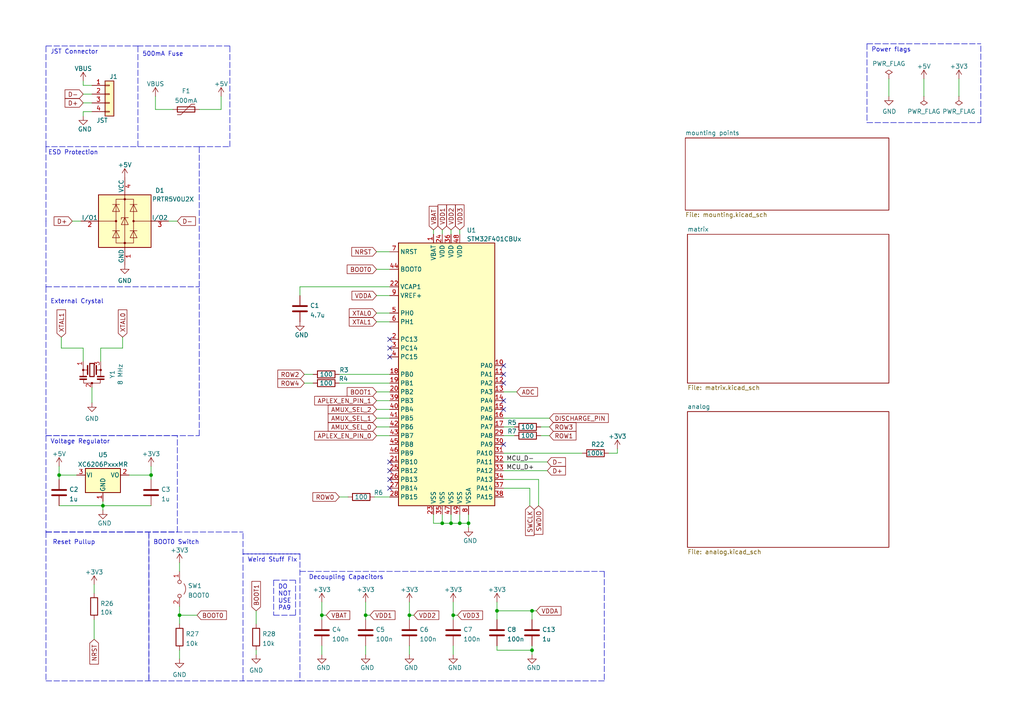
<source format=kicad_sch>
(kicad_sch (version 20211123) (generator eeschema)
  (paper "A4")
  (title_block (title "EC60") (date "2022-08-27") (rev "1.1") (company "Cipulot PCB Design ") (comment 2 "Cipulot"))
  (lib_symbols
    (symbol "Connector_Generic:Conn_01x04" (pin_names (offset 1.016) hide)
      (property "Reference" "J" (at 0 5.08 0))
      (property "Value" "Conn_01x04" (at 0 -7.62 0))
      (symbol "Conn_01x04_1_1"
        (rectangle (start -1.27 -4.953) (end 0 -5.207) (stroke (width 0.1524)))
        (rectangle (start -1.27 -2.413) (end 0 -2.667) (stroke (width 0.1524)))
        (rectangle (start -1.27 0.127) (end 0 -0.127) (stroke (width 0.1524)))
        (rectangle (start -1.27 2.667) (end 0 2.413) (stroke (width 0.1524)))
        (rectangle (start -1.27 3.81) (end 1.27 -6.35) (stroke (width 0.254)) (fill (type background)))
        (pin passive line (at -5.08 2.54 0) (length 3.81) (name "Pin_1") (number "1"))
        (pin passive line (at -5.08 0 0) (length 3.81) (name "Pin_2") (number "2"))
        (pin passive line (at -5.08 -2.54 0) (length 3.81) (name "Pin_3") (number "3"))
        (pin passive line (at -5.08 -5.08 0) (length 3.81) (name "Pin_4") (number "4"))
      )
    )
    (symbol "Device:C" (pin_numbers hide) (pin_names (offset 0.254))
      (property "Reference" "C" (at 0.635 2.54 0))
      (property "Value" "C" (at 0.635 -2.54 0))
      (symbol "C_0_1"
        (polyline (pts (xy -2.032 -0.762) (xy 2.032 -0.762)) (stroke (width 0.508)))
        (polyline (pts (xy -2.032 0.762) (xy 2.032 0.762)) (stroke (width 0.508)))
      )
      (symbol "C_1_1"
        (pin passive line (at 0 3.81 270) (length 2.794) (name "~") (number "1"))
        (pin passive line (at 0 -3.81 90) (length 2.794) (name "~") (number "2"))
      )
    )
    (symbol "Device:Polyfuse" (pin_numbers hide) (pin_names (offset 0))
      (property "Reference" "F" (at -2.54 0 90))
      (property "Value" "Polyfuse" (at 2.54 0 90))
      (symbol "Polyfuse_0_1"
        (rectangle (start -0.762 2.54) (end 0.762 -2.54) (stroke (width 0.254)))
        (polyline (pts (xy 0 2.54) (xy 0 -2.54)))
        (polyline (pts (xy -1.524 2.54) (xy -1.524 1.524) (xy 1.524 -1.524) (xy 1.524 -2.54)))
      )
      (symbol "Polyfuse_1_1"
        (pin passive line (at 0 3.81 270) (length 1.27) (name "~") (number "1"))
        (pin passive line (at 0 -3.81 90) (length 1.27) (name "~") (number "2"))
      )
    )
    (symbol "Device:R" (pin_numbers hide) (pin_names (offset 0))
      (property "Reference" "R" (at 2.032 0 90))
      (property "Value" "R" (at 0 0 90))
      (symbol "R_0_1"
        (rectangle (start -1.016 -2.54) (end 1.016 2.54) (stroke (width 0.254)))
      )
      (symbol "R_1_1"
        (pin passive line (at 0 3.81 270) (length 1.27) (name "~") (number "1"))
        (pin passive line (at 0 -3.81 90) (length 1.27) (name "~") (number "2"))
      )
    )
    (symbol "Device:Resonator_Small" (pin_names (offset 1.016) hide)
      (property "Reference" "Y" (at 3.175 1.905 0))
      (property "Value" "Resonator_Small" (at 3.175 0 0))
      (symbol "Resonator_Small_0_1"
        (rectangle (start -3.556 -2.54) (end -1.524 -2.794) (fill (type outline)))
        (rectangle (start -3.556 -1.778) (end -1.524 -2.032) (fill (type outline)))
        (circle (center -2.54 0) (radius 0.254) (fill (type outline)))
        (rectangle (start -0.635 1.905) (end 0.635 -1.905) (stroke (width 0.3048)))
        (circle (center 0 -3.81) (radius 0.254) (fill (type outline)))
        (polyline (pts (xy -2.54 -1.778) (xy -2.54 0)))
        (polyline (pts (xy -2.54 0) (xy -1.397 0)))
        (polyline (pts (xy -2.54 1.27) (xy -2.54 0)))
        (polyline (pts (xy -1.27 -1.27) (xy -1.27 1.27)) (stroke (width 0.381)))
        (polyline (pts (xy 1.27 -1.27) (xy 1.27 1.27)) (stroke (width 0.381)))
        (polyline (pts (xy 1.27 0) (xy 2.54 0)))
        (polyline (pts (xy 2.54 0) (xy 2.54 -1.778)))
        (polyline (pts (xy 2.54 1.27) (xy 2.54 0)))
        (polyline (pts (xy 2.413 -2.794) (xy 2.413 -3.81) (xy -2.413 -3.81) (xy -2.413 -2.667)))
        (rectangle (start 1.524 -2.54) (end 3.556 -2.794) (fill (type outline)))
        (rectangle (start 1.524 -1.778) (end 3.556 -2.032) (fill (type outline)))
        (circle (center 2.54 0) (radius 0.254) (fill (type outline)))
      )
      (symbol "Resonator_Small_1_1"
        (pin passive line (at -2.54 2.54 270) (length 1.27) (name "1") (number "1"))
        (pin passive line (at 0 -5.08 90) (length 1.27) (name "2") (number "2"))
        (pin passive line (at 2.54 2.54 270) (length 1.27) (name "3") (number "3"))
      )
    )
    (symbol "Jumper:Jumper_2_Open" (pin_names (offset 0) hide)
      (property "Reference" "JP" (at 0 2.794 0))
      (property "Value" "Jumper_2_Open" (at 0 -2.286 0))
      (symbol "Jumper_2_Open_0_0"
        (circle (center -2.032 0) (radius 0.508))
        (circle (center 2.032 0) (radius 0.508))
      )
      (symbol "Jumper_2_Open_0_1"
        (arc (start 1.524 1.27) (mid 0 1.778) (end -1.524 1.27))
      )
      (symbol "Jumper_2_Open_1_1"
        (pin passive line (at -5.08 0 0) (length 2.54) (name "A") (number "1"))
        (pin passive line (at 5.08 0 180) (length 2.54) (name "B") (number "2"))
      )
    )
    (symbol "MCU_ST_STM32F4:STM32F401CBUx"
      (property "Reference" "U" (at -15.24 39.37 0))
      (property "Value" "STM32F401CBUx" (at 5.08 39.37 0))
      (symbol "STM32F401CBUx_0_1"
        (rectangle (start -15.24 -38.1) (end 12.7 38.1) (stroke (width 0.254)) (fill (type background)))
      )
      (symbol "STM32F401CBUx_1_1"
        (pin power_in line (at -5.08 40.64 270) (length 2.54) (name "VBAT") (number "1"))
        (pin bidirectional line (at 15.24 2.54 180) (length 2.54) (name "PA0") (number "10"))
        (pin bidirectional line (at 15.24 0 180) (length 2.54) (name "PA1") (number "11"))
        (pin bidirectional line (at 15.24 -2.54 180) (length 2.54) (name "PA2") (number "12"))
        (pin bidirectional line (at 15.24 -5.08 180) (length 2.54) (name "PA3") (number "13"))
        (pin bidirectional line (at 15.24 -7.62 180) (length 2.54) (name "PA4") (number "14"))
        (pin bidirectional line (at 15.24 -10.16 180) (length 2.54) (name "PA5") (number "15"))
        (pin bidirectional line (at 15.24 -12.7 180) (length 2.54) (name "PA6") (number "16"))
        (pin bidirectional line (at 15.24 -15.24 180) (length 2.54) (name "PA7") (number "17"))
        (pin bidirectional line (at -17.78 0 0) (length 2.54) (name "PB0") (number "18"))
        (pin bidirectional line (at -17.78 -2.54 0) (length 2.54) (name "PB1") (number "19"))
        (pin bidirectional line (at -17.78 10.16 0) (length 2.54) (name "PC13") (number "2"))
        (pin bidirectional line (at -17.78 -5.08 0) (length 2.54) (name "PB2") (number "20"))
        (pin bidirectional line (at -17.78 -25.4 0) (length 2.54) (name "PB10") (number "21"))
        (pin power_in line (at -17.78 25.4 0) (length 2.54) (name "VCAP1") (number "22"))
        (pin power_in line (at -5.08 -40.64 90) (length 2.54) (name "VSS") (number "23"))
        (pin power_in line (at -2.54 40.64 270) (length 2.54) (name "VDD") (number "24"))
        (pin bidirectional line (at -17.78 -27.94 0) (length 2.54) (name "PB12") (number "25"))
        (pin bidirectional line (at -17.78 -30.48 0) (length 2.54) (name "PB13") (number "26"))
        (pin bidirectional line (at -17.78 -33.02 0) (length 2.54) (name "PB14") (number "27"))
        (pin bidirectional line (at -17.78 -35.56 0) (length 2.54) (name "PB15") (number "28"))
        (pin bidirectional line (at 15.24 -17.78 180) (length 2.54) (name "PA8") (number "29"))
        (pin bidirectional line (at -17.78 7.62 0) (length 2.54) (name "PC14") (number "3"))
        (pin bidirectional line (at 15.24 -20.32 180) (length 2.54) (name "PA9") (number "30"))
        (pin bidirectional line (at 15.24 -22.86 180) (length 2.54) (name "PA10") (number "31"))
        (pin bidirectional line (at 15.24 -25.4 180) (length 2.54) (name "PA11") (number "32"))
        (pin bidirectional line (at 15.24 -27.94 180) (length 2.54) (name "PA12") (number "33"))
        (pin bidirectional line (at 15.24 -30.48 180) (length 2.54) (name "PA13") (number "34"))
        (pin power_in line (at -2.54 -40.64 90) (length 2.54) (name "VSS") (number "35"))
        (pin power_in line (at 0 40.64 270) (length 2.54) (name "VDD") (number "36"))
        (pin bidirectional line (at 15.24 -33.02 180) (length 2.54) (name "PA14") (number "37"))
        (pin bidirectional line (at 15.24 -35.56 180) (length 2.54) (name "PA15") (number "38"))
        (pin bidirectional line (at -17.78 -7.62 0) (length 2.54) (name "PB3") (number "39"))
        (pin bidirectional line (at -17.78 5.08 0) (length 2.54) (name "PC15") (number "4"))
        (pin bidirectional line (at -17.78 -10.16 0) (length 2.54) (name "PB4") (number "40"))
        (pin bidirectional line (at -17.78 -12.7 0) (length 2.54) (name "PB5") (number "41"))
        (pin bidirectional line (at -17.78 -15.24 0) (length 2.54) (name "PB6") (number "42"))
        (pin bidirectional line (at -17.78 -17.78 0) (length 2.54) (name "PB7") (number "43"))
        (pin input line (at -17.78 30.48 0) (length 2.54) (name "BOOT0") (number "44"))
        (pin bidirectional line (at -17.78 -20.32 0) (length 2.54) (name "PB8") (number "45"))
        (pin bidirectional line (at -17.78 -22.86 0) (length 2.54) (name "PB9") (number "46"))
        (pin power_in line (at 0 -40.64 90) (length 2.54) (name "VSS") (number "47"))
        (pin power_in line (at 2.54 40.64 270) (length 2.54) (name "VDD") (number "48"))
        (pin power_in line (at 2.54 -40.64 90) (length 2.54) (name "VSS") (number "49"))
        (pin input line (at -17.78 17.78 0) (length 2.54) (name "PH0") (number "5"))
        (pin input line (at -17.78 15.24 0) (length 2.54) (name "PH1") (number "6"))
        (pin input line (at -17.78 35.56 0) (length 2.54) (name "NRST") (number "7"))
        (pin power_in line (at 5.08 -40.64 90) (length 2.54) (name "VSSA") (number "8"))
        (pin power_in line (at -17.78 22.86 0) (length 2.54) (name "VREF+") (number "9"))
      )
    )
    (symbol "Power_Protection:PRTR5V0U2X" (pin_names (offset 0))
      (property "Reference" "D" (at 2.794 8.636 0))
      (property "Value" "PRTR5V0U2X" (at 8.128 -9.398 0))
      (symbol "PRTR5V0U2X_0_1"
        (rectangle (start -7.62 -7.62) (end 7.62 7.62) (stroke (width 0.254)) (fill (type background)))
        (circle (center -2.54 0) (radius 0.254) (fill (type outline)))
        (rectangle (start -2.54 6.35) (end 2.54 -6.35))
        (circle (center 0 -6.35) (radius 0.254) (fill (type outline)))
        (polyline (pts (xy -2.54 0) (xy -7.62 0)))
        (polyline (pts (xy -1.524 -2.794) (xy -3.556 -2.794)))
        (polyline (pts (xy -1.524 4.826) (xy -3.556 4.826)))
        (polyline (pts (xy 0 -7.62) (xy 0 7.62)))
        (polyline (pts (xy 1.524 -2.794) (xy 3.556 -2.794)))
        (polyline (pts (xy 1.524 4.826) (xy 3.556 4.826)))
        (polyline (pts (xy 2.54 0) (xy 7.62 0)))
        (polyline (pts (xy 1.016 1.016) (xy -1.016 1.016) (xy -1.016 0.508)))
        (polyline (pts (xy -3.556 -4.826) (xy -1.524 -4.826) (xy -2.54 -2.794) (xy -3.556 -4.826)))
        (polyline (pts (xy -3.556 2.794) (xy -1.524 2.794) (xy -2.54 4.826) (xy -3.556 2.794)))
        (polyline (pts (xy -1.016 -1.016) (xy 1.016 -1.016) (xy 0 1.016) (xy -1.016 -1.016)))
        (polyline (pts (xy 3.556 -4.826) (xy 1.524 -4.826) (xy 2.54 -2.794) (xy 3.556 -4.826)))
        (polyline (pts (xy 3.556 2.794) (xy 1.524 2.794) (xy 2.54 4.826) (xy 3.556 2.794)))
        (circle (center 0 6.35) (radius 0.254) (fill (type outline)))
        (circle (center 2.54 0) (radius 0.254) (fill (type outline)))
      )
      (symbol "PRTR5V0U2X_1_1"
        (pin passive line (at 0 -12.7 90) (length 5.08) (name "GND") (number "1"))
        (pin passive line (at -12.7 0 0) (length 5.08) (name "I/O1") (number "2"))
        (pin passive line (at 12.7 0 180) (length 5.08) (name "I/O2") (number "3"))
        (pin passive line (at 0 12.7 270) (length 5.08) (name "VCC") (number "4"))
      )
    )
    (symbol "Regulator_Linear:XC6206PxxxMR" (pin_names (offset 0.254))
      (property "Reference" "U" (at -3.81 3.175 0))
      (property "Value" "XC6206PxxxMR" (at 0 3.175 0))
      (symbol "XC6206PxxxMR_0_1"
        (rectangle (start -5.08 1.905) (end 5.08 -5.08) (stroke (width 0.254)) (fill (type background)))
      )
      (symbol "XC6206PxxxMR_1_1"
        (pin power_in line (at 0 -7.62 90) (length 2.54) (name "GND") (number "1"))
        (pin power_out line (at 7.62 0 180) (length 2.54) (name "VO") (number "2"))
        (pin power_in line (at -7.62 0 0) (length 2.54) (name "VI") (number "3"))
      )
    )
    (symbol "power:+3.3V" (power) (pin_names (offset 0))
      (property "Value" "+3.3V" (at 0 3.556 0))
      (symbol "+3.3V_0_1"
        (polyline (pts (xy -0.762 1.27) (xy 0 2.54)))
        (polyline (pts (xy 0 0) (xy 0 2.54)))
        (polyline (pts (xy 0 2.54) (xy 0.762 1.27)))
      )
      (symbol "+3.3V_1_1"
        (pin power_in line (at 0 0 90) (length 0) hide (name "+3V3") (number "1"))
      )
    )
    (symbol "power:+5V" (power) (pin_names (offset 0))
      (property "Value" "+5V" (at 0 3.556 0))
      (symbol "+5V_0_1"
        (polyline (pts (xy -0.762 1.27) (xy 0 2.54)))
        (polyline (pts (xy 0 0) (xy 0 2.54)))
        (polyline (pts (xy 0 2.54) (xy 0.762 1.27)))
      )
      (symbol "+5V_1_1"
        (pin power_in line (at 0 0 90) (length 0) hide (name "+5V") (number "1"))
      )
    )
    (symbol "power:GND" (power) (pin_names (offset 0))
      (property "Value" "GND" (at 0 -3.81 0))
      (symbol "GND_0_1"
        (polyline (pts (xy 0 0) (xy 0 -1.27) (xy 1.27 -1.27) (xy 0 -2.54) (xy -1.27 -1.27) (xy 0 -1.27)))
      )
      (symbol "GND_1_1"
        (pin power_in line (at 0 0 270) (length 0) hide (name "GND") (number "1"))
      )
    )
    (symbol "power:PWR_FLAG" (power) (pin_numbers hide) (pin_names (offset 0) hide)
      (property "Value" "PWR_FLAG" (at 0 3.81 0))
      (symbol "PWR_FLAG_0_0"
        (pin power_out line (at 0 0 90) (length 0) (name "pwr") (number "1"))
      )
      (symbol "PWR_FLAG_0_1"
        (polyline (pts (xy 0 0) (xy 0 1.27) (xy -1.016 1.905) (xy 0 2.54) (xy 1.016 1.905) (xy 0 1.27)))
      )
    )
    (symbol "power:VBUS" (power) (pin_names (offset 0))
      (property "Value" "VBUS" (at 0 3.81 0))
      (symbol "VBUS_0_1"
        (polyline (pts (xy -0.762 1.27) (xy 0 2.54)))
        (polyline (pts (xy 0 0) (xy 0 2.54)))
        (polyline (pts (xy 0 2.54) (xy 0.762 1.27)))
      )
      (symbol "VBUS_1_1"
        (pin power_in line (at 0 0 90) (length 0) hide (name "VBUS") (number "1"))
      )
    )
  )
  (junction (at 144.145 177.165))
  (junction (at 133.35 151.765))
  (junction (at 135.89 151.765))
  (junction (at 106.045 178.435))
  (junction (at 154.305 188.595))
  (junction (at 43.815 137.795))
  (junction (at 29.845 146.685))
  (junction (at 130.81 151.765))
  (junction (at 17.145 137.795))
  (junction (at 154.305 177.165))
  (junction (at 93.345 178.435))
  (junction (at 128.27 151.765))
  (junction (at 52.07 178.435))
  (junction (at 118.745 178.435))
  (junction (at 131.445 178.435))
  (no_connect (at 113.03 136.525))
  (no_connect (at 146.05 108.585))
  (no_connect (at 146.05 118.745))
  (no_connect (at 113.03 133.985))
  (no_connect (at 113.03 141.605))
  (no_connect (at 146.05 111.125))
  (no_connect (at 113.03 103.505))
  (no_connect (at 146.05 106.045))
  (no_connect (at 113.03 100.965))
  (no_connect (at 113.03 98.425))
  (no_connect (at 146.05 128.905))
  (no_connect (at 146.05 116.205))
  (no_connect (at 113.03 139.065))
  (wire (pts (xy 146.05 113.665) (xy 149.86 113.665)))
  (wire (pts (xy 135.89 153.035) (xy 135.89 151.765)))
  (polyline (pts (xy 13.335 83.185) (xy 13.335 126.365)))
  (polyline (pts (xy 79.375 168.275) (xy 85.725 168.275)))
  (wire (pts (xy 74.295 188.595) (xy 74.295 189.865)))
  (polyline (pts (xy 43.18 154.305) (xy 43.18 197.485)))
  (polyline (pts (xy 57.785 42.545) (xy 13.335 42.545)))
  (wire (pts (xy 29.845 145.415) (xy 29.845 146.685)))
  (wire (pts (xy 159.385 126.365) (xy 156.845 126.365)))
  (wire (pts (xy 156.21 146.685) (xy 156.21 139.065)))
  (polyline (pts (xy 13.335 13.335) (xy 40.005 13.335)))
  (wire (pts (xy 118.745 179.705) (xy 118.745 178.435)))
  (polyline (pts (xy 66.675 42.545) (xy 66.675 13.335)))
  (wire (pts (xy 128.27 151.765) (xy 130.81 151.765)))
  (wire (pts (xy 149.225 123.825) (xy 146.05 123.825)))
  (wire (pts (xy 74.295 177.165) (xy 74.295 180.975)))
  (polyline (pts (xy 175.26 165.735) (xy 175.26 197.485)))
  (polyline (pts (xy 86.995 160.655) (xy 86.995 197.485)))
  (wire (pts (xy 154.305 177.165) (xy 154.305 179.705)))
  (wire (pts (xy 109.22 121.285) (xy 113.03 121.285)))
  (polyline (pts (xy 13.335 154.305) (xy 13.335 197.485)))
  (wire (pts (xy 17.145 135.255) (xy 17.145 137.795)))
  (wire (pts (xy 154.305 188.595) (xy 154.305 189.865)))
  (wire (pts (xy 24.13 29.845) (xy 26.67 29.845)))
  (polyline (pts (xy 57.785 83.185) (xy 57.785 42.545)))
  (wire (pts (xy 144.145 188.595) (xy 154.305 188.595)))
  (wire (pts (xy 27.305 169.545) (xy 27.305 172.085)))
  (wire (pts (xy 154.305 177.165) (xy 155.575 177.165)))
  (wire (pts (xy 153.67 141.605) (xy 153.67 146.685)))
  (wire (pts (xy 146.05 133.985) (xy 158.75 133.985)))
  (polyline (pts (xy 251.46 35.56) (xy 284.48 35.56)))
  (wire (pts (xy 118.745 178.435) (xy 120.015 178.435)))
  (wire (pts (xy 133.35 67.945) (xy 133.35 66.675)))
  (wire (pts (xy 278.13 22.86) (xy 278.13 27.94)))
  (wire (pts (xy 146.05 139.065) (xy 156.21 139.065)))
  (wire (pts (xy 159.385 121.285) (xy 146.05 121.285)))
  (wire (pts (xy 35.56 97.79) (xy 35.56 100.965)))
  (wire (pts (xy 109.22 90.805) (xy 113.03 90.805)))
  (wire (pts (xy 106.045 179.705) (xy 106.045 178.435)))
  (polyline (pts (xy 85.725 178.435) (xy 85.725 168.275)))
  (polyline (pts (xy 79.375 168.275) (xy 79.375 178.435)))
  (wire (pts (xy 57.785 31.75) (xy 64.135 31.75)))
  (polyline (pts (xy 51.435 126.365) (xy 13.335 126.365)))
  (wire (pts (xy 17.145 146.685) (xy 29.845 146.685)))
  (wire (pts (xy 125.73 67.945) (xy 125.73 66.675)))
  (wire (pts (xy 45.085 27.94) (xy 45.085 31.75)))
  (wire (pts (xy 106.045 187.325) (xy 106.045 189.865)))
  (wire (pts (xy 93.345 178.435) (xy 93.345 179.705)))
  (wire (pts (xy 26.67 112.395) (xy 26.67 116.84)))
  (polyline (pts (xy 86.995 165.735) (xy 175.26 165.735)))
  (wire (pts (xy 128.27 67.945) (xy 128.27 66.675)))
  (wire (pts (xy 146.05 136.525) (xy 158.75 136.525)))
  (polyline (pts (xy 70.485 197.485) (xy 70.485 154.305)))
  (wire (pts (xy 17.78 97.79) (xy 17.78 100.965)))
  (wire (pts (xy 29.21 104.775) (xy 29.21 100.965)))
  (wire (pts (xy 93.345 187.325) (xy 93.345 189.865)))
  (wire (pts (xy 52.07 178.435) (xy 52.07 180.975)))
  (wire (pts (xy 144.145 174.625) (xy 144.145 177.165)))
  (wire (pts (xy 20.955 64.135) (xy 23.495 64.135)))
  (wire (pts (xy 106.045 174.625) (xy 106.045 178.435)))
  (wire (pts (xy 267.97 22.86) (xy 267.97 27.94)))
  (polyline (pts (xy 79.375 178.435) (xy 85.725 178.435)))
  (wire (pts (xy 109.22 118.745) (xy 113.03 118.745)))
  (polyline (pts (xy 13.335 154.305) (xy 37.465 154.305)))
  (polyline (pts (xy 13.335 42.545) (xy 13.335 64.135)))
  (wire (pts (xy 109.22 126.365) (xy 113.03 126.365)))
  (wire (pts (xy 130.81 149.225) (xy 130.81 151.765)))
  (wire (pts (xy 86.995 83.185) (xy 86.995 85.725)))
  (wire (pts (xy 109.22 116.205) (xy 113.03 116.205)))
  (wire (pts (xy 29.21 100.965) (xy 35.56 100.965)))
  (wire (pts (xy 128.27 149.225) (xy 128.27 151.765)))
  (wire (pts (xy 17.145 137.795) (xy 22.225 137.795)))
  (polyline (pts (xy 43.18 197.485) (xy 43.18 154.305)))
  (wire (pts (xy 88.265 108.585) (xy 90.805 108.585)))
  (wire (pts (xy 24.13 32.385) (xy 26.67 32.385)))
  (wire (pts (xy 133.35 151.765) (xy 135.89 151.765)))
  (wire (pts (xy 37.465 137.795) (xy 43.815 137.795)))
  (polyline (pts (xy 86.995 197.485) (xy 70.485 197.485)))
  (wire (pts (xy 179.07 131.445) (xy 179.07 130.175)))
  (wire (pts (xy 52.07 175.895) (xy 52.07 178.435)))
  (wire (pts (xy 131.445 178.435) (xy 131.445 179.705)))
  (wire (pts (xy 257.81 22.86) (xy 257.81 27.94)))
  (wire (pts (xy 29.845 146.685) (xy 29.845 147.955)))
  (polyline (pts (xy 51.435 154.305) (xy 51.435 126.365)))
  (wire (pts (xy 43.815 135.255) (xy 43.815 137.795)))
  (wire (pts (xy 144.145 177.165) (xy 154.305 177.165)))
  (polyline (pts (xy 57.785 42.545) (xy 66.675 42.545)))
  (wire (pts (xy 64.135 31.75) (xy 64.135 27.94)))
  (wire (pts (xy 43.815 137.795) (xy 43.815 139.065)))
  (wire (pts (xy 176.53 131.445) (xy 179.07 131.445)))
  (wire (pts (xy 24.13 100.965) (xy 24.13 104.775)))
  (wire (pts (xy 27.305 179.705) (xy 27.305 185.42)))
  (wire (pts (xy 88.265 111.125) (xy 90.805 111.125)))
  (wire (pts (xy 118.745 187.325) (xy 118.745 189.865)))
  (wire (pts (xy 159.385 123.825) (xy 156.845 123.825)))
  (wire (pts (xy 24.13 24.765) (xy 26.67 24.765)))
  (polyline (pts (xy 13.335 42.545) (xy 13.335 13.335)))
  (wire (pts (xy 52.07 163.195) (xy 52.07 165.735)))
  (wire (pts (xy 24.13 23.495) (xy 24.13 24.765)))
  (polyline (pts (xy 251.46 12.7) (xy 251.46 35.56)))
  (wire (pts (xy 17.145 137.795) (xy 17.145 139.065)))
  (polyline (pts (xy 13.335 126.365) (xy 13.335 154.305)))
  (wire (pts (xy 24.13 33.655) (xy 24.13 32.385)))
  (wire (pts (xy 146.05 131.445) (xy 168.91 131.445)))
  (wire (pts (xy 130.81 151.765) (xy 133.35 151.765)))
  (polyline (pts (xy 13.335 154.305) (xy 37.465 154.305)))
  (wire (pts (xy 94.615 178.435) (xy 93.345 178.435)))
  (polyline (pts (xy 70.485 160.655) (xy 86.995 160.655)))
  (wire (pts (xy 113.03 83.185) (xy 86.995 83.185)))
  (wire (pts (xy 149.225 126.365) (xy 146.05 126.365)))
  (wire (pts (xy 144.145 187.325) (xy 144.145 188.595)))
  (polyline (pts (xy 13.335 126.365) (xy 57.785 126.365)))
  (polyline (pts (xy 66.675 13.335) (xy 40.005 13.335)))
  (wire (pts (xy 125.73 149.225) (xy 125.73 151.765)))
  (wire (pts (xy 109.22 73.025) (xy 113.03 73.025)))
  (wire (pts (xy 24.13 27.305) (xy 26.67 27.305)))
  (wire (pts (xy 125.73 151.765) (xy 128.27 151.765)))
  (polyline (pts (xy 37.465 197.485) (xy 70.485 197.485)))
  (wire (pts (xy 109.22 78.105) (xy 113.03 78.105)))
  (polyline (pts (xy 175.26 197.485) (xy 86.995 197.485)))
  (wire (pts (xy 106.045 178.435) (xy 107.315 178.435)))
  (wire (pts (xy 133.35 149.225) (xy 133.35 151.765)))
  (wire (pts (xy 17.78 100.965) (xy 24.13 100.965)))
  (wire (pts (xy 113.03 85.725) (xy 109.22 85.725)))
  (wire (pts (xy 52.07 188.595) (xy 52.07 191.135)))
  (wire (pts (xy 108.585 144.145) (xy 113.03 144.145)))
  (polyline (pts (xy 13.335 197.485) (xy 37.465 197.485)))
  (polyline (pts (xy 57.785 126.365) (xy 57.785 83.185)))
  (wire (pts (xy 98.425 144.145) (xy 100.965 144.145)))
  (wire (pts (xy 131.445 178.435) (xy 132.715 178.435)))
  (wire (pts (xy 118.745 174.625) (xy 118.745 178.435)))
  (wire (pts (xy 131.445 174.625) (xy 131.445 178.435)))
  (wire (pts (xy 130.81 67.945) (xy 130.81 66.675)))
  (polyline (pts (xy 251.46 12.7) (xy 284.48 12.7)))
  (wire (pts (xy 109.22 93.345) (xy 113.03 93.345)))
  (polyline (pts (xy 13.335 83.185) (xy 57.785 83.185)))
  (polyline (pts (xy 37.465 154.305) (xy 51.435 154.305)))
  (wire (pts (xy 48.895 64.135) (xy 51.435 64.135)))
  (polyline (pts (xy 284.48 35.56) (xy 284.48 12.7)))
  (polyline (pts (xy 37.465 154.305) (xy 70.485 154.305)))
  (wire (pts (xy 98.425 111.125) (xy 113.03 111.125)))
  (polyline (pts (xy 40.005 42.545) (xy 40.005 13.335)))
  (wire (pts (xy 109.22 113.665) (xy 113.03 113.665)))
  (wire (pts (xy 144.145 179.705) (xy 144.145 177.165)))
  (wire (pts (xy 131.445 187.325) (xy 131.445 189.865)))
  (polyline (pts (xy 86.995 160.655) (xy 70.485 160.655)))
  (wire (pts (xy 109.22 123.825) (xy 113.03 123.825)))
  (wire (pts (xy 29.845 146.685) (xy 43.815 146.685)))
  (wire (pts (xy 45.085 31.75) (xy 50.165 31.75)))
  (wire (pts (xy 98.425 108.585) (xy 113.03 108.585)))
  (wire (pts (xy 135.89 149.225) (xy 135.89 151.765)))
  (wire (pts (xy 146.05 141.605) (xy 153.67 141.605)))
  (wire (pts (xy 93.345 174.625) (xy 93.345 178.435)))
  (wire (pts (xy 52.07 178.435) (xy 57.15 178.435)))
  (polyline (pts (xy 13.335 64.135) (xy 13.335 83.185)))
  (wire (pts (xy 154.305 187.325) (xy 154.305 188.595)))
  (text "DO\nNOT\nUSE\nPA9\n" (at 80.645 177.165 0) (effects (font (size 1.27 1.27)) (justify left bottom)))
  (text "Voltage Regulator" (at 14.605 128.905 0) (effects (font (size 1.27 1.27)) (justify left bottom)))
  (text "JST Connector\n" (at 14.605 15.875 0) (effects (font (size 1.27 1.27)) (justify left bottom)))
  (text "BOOT0 Switch" (at 44.45 158.115 0) (effects (font (size 1.27 1.27)) (justify left bottom)))
  (text "External Crystal\n" (at 14.605 88.265 0) (effects (font (size 1.27 1.27)) (justify left bottom)))
  (text "Weird Stuff FIx" (at 71.755 163.195 0) (effects (font (size 1.27 1.27)) (justify left bottom)))
  (text "Decoupling Capacitors" (at 89.535 168.275 0) (effects (font (size 1.27 1.27)) (justify left bottom)))
  (text "Power flags\n" (at 252.73 15.24 0) (effects (font (size 1.27 1.27)) (justify left bottom)))
  (text "500mA Fuse" (at 41.275 16.51 0) (effects (font (size 1.27 1.27)) (justify left bottom)))
  (text "ESD Protection\n" (at 13.97 45.085 0) (effects (font (size 1.27 1.27)) (justify left bottom)))
  (text "Reset Pullup" (at 15.24 158.115 0) (effects (font (size 1.27 1.27)) (justify left bottom)))
  (label "MCU_D+" (at 154.94 136.525 180))
  (label "MCU_D-" (at 154.94 133.985 180))
  (global_label "ROW4" (shape input) (at 88.265 111.125 180) (property "Intersheet References" "${INTERSHEET_REFS}" (effects hide)))
  (global_label "VDD3" (shape input) (at 132.715 178.435 0) (property "Intersheet References" "${INTERSHEET_REFS}" (effects hide)))
  (global_label "D+" (shape input) (at 24.13 29.845 180) (property "Intersheet References" "${INTERSHEET_REFS}" (effects hide)))
  (global_label "ROW0" (shape input) (at 98.425 144.145 180) (property "Intersheet References" "${INTERSHEET_REFS}" (effects hide)))
  (global_label "SWCLK" (shape input) (at 153.67 146.685 270) (property "Intersheet References" "${INTERSHEET_REFS}" (effects hide)))
  (global_label "ROW3" (shape input) (at 159.385 123.825 0) (property "Intersheet References" "${INTERSHEET_REFS}" (effects hide)))
  (global_label "APLEX_EN_PIN_1" (shape input) (at 109.22 116.205 180) (property "Intersheet References" "${INTERSHEET_REFS}" (effects hide)))
  (global_label "VBAT" (shape input) (at 94.615 178.435 0) (property "Intersheet References" "${INTERSHEET_REFS}" (effects hide)))
  (global_label "BOOT0" (shape input) (at 57.15 178.435 0) (property "Intersheet References" "${INTERSHEET_REFS}" (effects hide)))
  (global_label "DISCHARGE_PIN" (shape input) (at 159.385 121.285 0) (property "Intersheet References" "${INTERSHEET_REFS}" (effects hide)))
  (global_label "D+" (shape input) (at 20.955 64.135 180) (property "Intersheet References" "${INTERSHEET_REFS}" (effects hide)))
  (global_label "VDD2" (shape input) (at 120.015 178.435 0) (property "Intersheet References" "${INTERSHEET_REFS}" (effects hide)))
  (global_label "XTAL1" (shape input) (at 17.78 97.79 90) (property "Intersheet References" "${INTERSHEET_REFS}" (effects hide)))
  (global_label "VDD1" (shape input) (at 107.315 178.435 0) (property "Intersheet References" "${INTERSHEET_REFS}" (effects hide)))
  (global_label "SWDIO" (shape input) (at 156.21 146.685 270) (property "Intersheet References" "${INTERSHEET_REFS}" (effects hide)))
  (global_label "BOOT1" (shape input) (at 109.22 113.665 180) (property "Intersheet References" "${INTERSHEET_REFS}" (effects hide)))
  (global_label "D+" (shape input) (at 158.75 136.525 0) (property "Intersheet References" "${INTERSHEET_REFS}" (effects hide)))
  (global_label "NRST" (shape input) (at 109.22 73.025 180) (property "Intersheet References" "${INTERSHEET_REFS}" (effects hide)))
  (global_label "VDD1" (shape input) (at 128.27 66.675 90) (property "Intersheet References" "${INTERSHEET_REFS}" (effects hide)))
  (global_label "AMUX_SEL_1" (shape input) (at 109.22 121.285 180) (property "Intersheet References" "${INTERSHEET_REFS}" (effects hide)))
  (global_label "AMUX_SEL_0" (shape input) (at 109.22 123.825 180) (property "Intersheet References" "${INTERSHEET_REFS}" (effects hide)))
  (global_label "XTAL1" (shape input) (at 109.22 93.345 180) (property "Intersheet References" "${INTERSHEET_REFS}" (effects hide)))
  (global_label "ROW2" (shape input) (at 88.265 108.585 180) (property "Intersheet References" "${INTERSHEET_REFS}" (effects hide)))
  (global_label "VDDA" (shape input) (at 155.575 177.165 0) (property "Intersheet References" "${INTERSHEET_REFS}" (effects hide)))
  (global_label "D-" (shape input) (at 24.13 27.305 180) (property "Intersheet References" "${INTERSHEET_REFS}" (effects hide)))
  (global_label "VDD2" (shape input) (at 130.81 66.675 90) (property "Intersheet References" "${INTERSHEET_REFS}" (effects hide)))
  (global_label "XTAL0" (shape input) (at 35.56 97.79 90) (property "Intersheet References" "${INTERSHEET_REFS}" (effects hide)))
  (global_label "BOOT1" (shape input) (at 74.295 177.165 90) (property "Intersheet References" "${INTERSHEET_REFS}" (effects hide)))
  (global_label "AMUX_SEL_2" (shape input) (at 109.22 118.745 180) (property "Intersheet References" "${INTERSHEET_REFS}" (effects hide)))
  (global_label "VDDA" (shape input) (at 109.22 85.725 180) (property "Intersheet References" "${INTERSHEET_REFS}" (effects hide)))
  (global_label "NRST" (shape input) (at 27.305 185.42 270) (property "Intersheet References" "${INTERSHEET_REFS}" (effects hide)))
  (global_label "D-" (shape input) (at 158.75 133.985 0) (property "Intersheet References" "${INTERSHEET_REFS}" (effects hide)))
  (global_label "ROW1" (shape input) (at 159.385 126.365 0) (property "Intersheet References" "${INTERSHEET_REFS}" (effects hide)))
  (global_label "VDD3" (shape input) (at 133.35 66.675 90) (property "Intersheet References" "${INTERSHEET_REFS}" (effects hide)))
  (global_label "APLEX_EN_PIN_0" (shape input) (at 109.22 126.365 180) (property "Intersheet References" "${INTERSHEET_REFS}" (effects hide)))
  (global_label "XTAL0" (shape input) (at 109.22 90.805 180) (property "Intersheet References" "${INTERSHEET_REFS}" (effects hide)))
  (global_label "VBAT" (shape input) (at 125.73 66.675 90) (property "Intersheet References" "${INTERSHEET_REFS}" (effects hide)))
  (global_label "BOOT0" (shape input) (at 109.22 78.105 180) (property "Intersheet References" "${INTERSHEET_REFS}" (effects hide)))
  (global_label "ADC" (shape input) (at 149.86 113.665 0) (property "Intersheet References" "${INTERSHEET_REFS}" (effects hide)))
  (global_label "D-" (shape input) (at 51.435 64.135 0) (property "Intersheet References" "${INTERSHEET_REFS}" (effects hide)))
  (symbol (lib_id "power:PWR_FLAG") (at 257.81 22.86 0) (unit 1)
    (property "Reference" "#FLG01" (effects hide))
    (property "Value" "PWR_FLAG" (at 257.81 18.4658 0))
  )
  (symbol (lib_id "Connector_Generic:Conn_01x04") (at 31.75 27.305 0) (unit 1)
    (property "Reference" "J1" (at 31.75 22.225 0) (effects (justify left)))
    (property "Value" "JST" (at 27.94 34.925 0) (effects (justify left)))
    (property "Footprint" "cipulot_parts:JST-SR-4" (effects hide))
    (property "LCSC" "C145956" (effects hide))
  )
  (symbol (lib_id "power:GND") (at 135.89 153.035 0) (unit 1)
    (property "Reference" "#PWR020" (effects hide))
    (property "Value" "GND" (at 138.43 156.845 0) (effects (justify right)))
  )
  (symbol (lib_id "Device:C") (at 17.145 142.875 0) (unit 1)
    (property "Reference" "C2" (at 20.066 141.9665 0) (effects (justify left)))
    (property "Value" "1u" (at 20.066 144.7416 0) (effects (justify left)))
    (property "Footprint" "Capacitor_SMD:C_0402_1005Metric" (effects hide))
    (property "LCSC" "C52923" (effects hide))
  )
  (symbol (lib_id "power:+3.3V") (at 118.745 174.625 0) (unit 1)
    (property "Reference" "#PWR025" (effects hide))
    (property "Value" "+3.3V" (at 118.745 171.0205 0))
  )
  (symbol (lib_id "Device:R") (at 52.07 184.785 0) (unit 1)
    (property "Reference" "R27" (at 53.848 183.8765 0) (effects (justify left)))
    (property "Value" "10k" (at 53.848 186.6516 0) (effects (justify left)))
    (property "Footprint" "Resistor_SMD:R_0402_1005Metric" (effects hide))
    (property "LCSC" "C25744" (effects hide))
  )
  (symbol (lib_id "power:+3.3V") (at 131.445 174.625 0) (unit 1)
    (property "Reference" "#PWR026" (effects hide))
    (property "Value" "+3.3V" (at 131.445 171.0205 0))
  )
  (symbol (lib_id "Device:C") (at 144.145 183.515 0) (unit 1)
    (property "Reference" "C8" (at 147.066 182.6065 0) (effects (justify left)))
    (property "Value" "100n" (at 147.066 185.3816 0) (effects (justify left)))
    (property "Footprint" "Capacitor_SMD:C_0402_1005Metric" (effects hide))
    (property "LCSC" "C307331" (effects hide))
  )
  (symbol (lib_id "Device:R") (at 74.295 184.785 180) (unit 1)
    (property "Reference" "R28" (at 76.073 183.8765 0) (effects (justify right)))
    (property "Value" "10k" (at 76.073 186.6516 0) (effects (justify right)))
    (property "Footprint" "Resistor_SMD:R_0402_1005Metric" (effects hide))
    (property "LCSC" "C25744" (effects hide))
  )
  (symbol (lib_id "power:GND") (at 86.995 93.345 0) (unit 1)
    (property "Reference" "#PWR014" (effects hide))
    (property "Value" "GND" (at 89.535 97.155 0) (effects (justify right)))
  )
  (symbol (lib_id "MCU_ST_STM32F4:STM32F401CBUx") (at 130.81 108.585 0) (unit 1)
    (property "Reference" "U1" (at 135.3694 66.7852 0) (effects (justify left)))
    (property "Value" "STM32F401CBUx" (at 135.3694 69.3221 0) (effects (justify left)))
    (property "Footprint" "Package_DFN_QFN:QFN-48-1EP_7x7mm_P0.5mm_EP5.6x5.6mm" (effects hide))
    (property "Datasheet" "http://www.st.com/st-web-ui/static/active/en/resource/technical/document/datasheet/DM00086815.pdf" (effects hide))
    (property "LCSC" "C118825" (effects hide))
  )
  (symbol (lib_id "power:+5V") (at 267.97 22.86 0) (unit 1)
    (property "Reference" "#PWR05" (effects hide))
    (property "Value" "+5V" (at 267.97 19.2555 0))
  )
  (symbol (lib_id "Device:R") (at 94.615 111.125 90) (unit 1)
    (property "Reference" "R4" (at 100.965 109.855 90) (effects (justify left)))
    (property "Value" "100" (at 96.52 111.125 90) (effects (justify left)))
    (property "Footprint" "Resistor_SMD:R_0402_1005Metric" (effects hide))
    (property "LCSC" "C25076" (effects hide))
  )
  (symbol (lib_id "Device:R") (at 153.035 123.825 90) (unit 1)
    (property "Reference" "R5" (at 149.86 122.555 90) (effects (justify left)))
    (property "Value" "100" (at 154.94 123.825 90) (effects (justify left)))
    (property "Footprint" "Resistor_SMD:R_0402_1005Metric" (effects hide))
    (property "LCSC" "C25076" (effects hide))
  )
  (symbol (lib_id "Device:R") (at 94.615 108.585 270) (unit 1)
    (property "Reference" "R3" (at 98.425 107.315 90) (effects (justify left)))
    (property "Value" "100" (at 92.71 108.585 90) (effects (justify left)))
    (property "Footprint" "Resistor_SMD:R_0402_1005Metric" (effects hide))
    (property "LCSC" "C25076" (effects hide))
  )
  (symbol (lib_id "power:+5V") (at 64.135 27.94 0) (unit 1)
    (property "Reference" "#PWR04" (effects hide))
    (property "Value" "+5V" (at 64.135 24.3355 0))
  )
  (symbol (lib_id "Device:Polyfuse") (at 53.975 31.75 270) (unit 1)
    (property "Reference" "F1" (at 53.975 26.3865 90))
    (property "Value" "500mA" (at 53.975 29.1616 90))
    (property "Footprint" "Fuse:Fuse_1206_3216Metric" (effects hide))
    (property "LCSC" "C70076" (effects hide))
  )
  (symbol (lib_id "Power_Protection:PRTR5V0U2X") (at 36.195 64.135 0) (unit 1)
    (property "Reference" "D1" (at 46.355 55.245 0))
    (property "Value" "PRTR5V0U2X" (at 50.165 57.785 0))
    (property "Footprint" "Package_TO_SOT_SMD:SOT-143" (effects hide))
    (property "Datasheet" "https://assets.nexperia.com/documents/data-sheet/PRTR5V0U2X.pdf" (effects hide))
    (property "LCSC" "C2827688" (effects hide))
  )
  (symbol (lib_id "Device:C") (at 106.045 183.515 0) (unit 1)
    (property "Reference" "C5" (at 108.966 182.6065 0) (effects (justify left)))
    (property "Value" "100n" (at 108.966 185.3816 0) (effects (justify left)))
    (property "Footprint" "Capacitor_SMD:C_0402_1005Metric" (effects hide))
    (property "LCSC" "C307331" (effects hide))
  )
  (symbol (lib_id "Device:R") (at 104.775 144.145 90) (unit 1)
    (property "Reference" "R6" (at 111.125 142.875 90) (effects (justify left)))
    (property "Value" "100" (at 106.68 144.145 90) (effects (justify left)))
    (property "Footprint" "Resistor_SMD:R_0402_1005Metric" (effects hide))
    (property "LCSC" "C25076" (effects hide))
  )
  (symbol (lib_id "power:GND") (at 29.845 147.955 0) (unit 1)
    (property "Reference" "#PWR019" (effects hide))
    (property "Value" "GND" (at 32.385 151.765 0) (effects (justify right)))
  )
  (symbol (lib_id "power:+3.3V") (at 52.07 163.195 0) (unit 1)
    (property "Reference" "#PWR021" (effects hide))
    (property "Value" "+3.3V" (at 52.07 159.5905 0))
  )
  (symbol (lib_id "power:GND") (at 36.195 76.835 0) (unit 1)
    (property "Reference" "#PWR013" (effects hide))
    (property "Value" "GND" (at 36.195 81.3975 0))
  )
  (symbol (lib_id "Device:C") (at 93.345 183.515 0) (unit 1)
    (property "Reference" "C4" (at 96.266 182.6065 0) (effects (justify left)))
    (property "Value" "100n" (at 96.266 185.3816 0) (effects (justify left)))
    (property "Footprint" "Capacitor_SMD:C_0402_1005Metric" (effects hide))
    (property "LCSC" "C307331" (effects hide))
  )
  (symbol (lib_id "power:+3.3V") (at 278.13 22.86 0) (unit 1)
    (property "Reference" "#PWR06" (effects hide))
    (property "Value" "+3.3V" (at 278.13 19.2555 0))
  )
  (symbol (lib_id "power:GND") (at 257.81 27.94 0) (unit 1)
    (property "Reference" "#PWR07" (effects hide))
    (property "Value" "GND" (at 257.937 32.3342 0))
  )
  (symbol (lib_id "Device:C") (at 131.445 183.515 0) (unit 1)
    (property "Reference" "C7" (at 134.366 182.6065 0) (effects (justify left)))
    (property "Value" "100n" (at 134.366 185.3816 0) (effects (justify left)))
    (property "Footprint" "Capacitor_SMD:C_0402_1005Metric" (effects hide))
    (property "LCSC" "C307331" (effects hide))
  )
  (symbol (lib_id "Device:C") (at 86.995 89.535 0) (unit 1)
    (property "Reference" "C1" (at 89.916 88.6265 0) (effects (justify left)))
    (property "Value" "4.7u" (at 89.916 91.4016 0) (effects (justify left)))
    (property "Footprint" "Capacitor_SMD:C_0402_1005Metric" (effects hide))
    (property "LCSC" "C23733" (effects hide))
  )
  (symbol (lib_id "Device:R") (at 27.305 175.895 0) (unit 1)
    (property "Reference" "R26" (at 29.083 175.0603 0) (effects (justify left)))
    (property "Value" "10k" (at 29.083 177.5972 0) (effects (justify left)))
    (property "Footprint" "Resistor_SMD:R_0402_1005Metric" (effects hide))
    (property "LCSC" "C25744" (effects hide))
  )
  (symbol (lib_id "power:+3.3V") (at 27.305 169.545 0) (unit 1)
    (property "Reference" "#PWR022" (effects hide))
    (property "Value" "+3.3V" (at 27.305 165.9405 0))
  )
  (symbol (lib_id "power:GND") (at 74.295 189.865 0) (unit 1)
    (property "Reference" "#PWR045" (effects hide))
    (property "Value" "GND" (at 74.295 194.4275 0))
  )
  (symbol (lib_id "power:GND") (at 52.07 191.135 0) (unit 1)
    (property "Reference" "#PWR052" (effects hide))
    (property "Value" "GND" (at 52.07 195.6975 0))
  )
  (symbol (lib_id "power:+3.3V") (at 144.145 174.625 0) (unit 1)
    (property "Reference" "#PWR044" (effects hide))
    (property "Value" "+3.3V" (at 144.145 171.0205 0))
  )
  (symbol (lib_id "power:+5V") (at 36.195 51.435 0) (unit 1)
    (property "Reference" "#PWR010" (effects hide))
    (property "Value" "+5V" (at 36.195 47.8305 0))
  )
  (symbol (lib_id "Regulator_Linear:XC6206PxxxMR") (at 29.845 137.795 0) (unit 1)
    (property "Reference" "U5" (at 29.845 131.9235 0))
    (property "Value" "XC6206PxxxMR" (at 29.845 134.6986 0))
    (property "Footprint" "Package_TO_SOT_SMD:SOT-23" (effects hide))
    (property "Datasheet" "https://www.torexsemi.com/file/xc6206/XC6206.pdf" (effects hide))
    (property "LCSC" "C5446" (effects hide))
  )
  (symbol (lib_id "power:PWR_FLAG") (at 278.13 27.94 180) (unit 1)
    (property "Reference" "#FLG03" (effects hide))
    (property "Value" "PWR_FLAG" (at 278.13 32.3342 0))
  )
  (symbol (lib_id "Device:R") (at 172.72 131.445 90) (unit 1)
    (property "Reference" "R22" (at 171.45 128.905 90) (effects (justify right)))
    (property "Value" "100k" (at 170.18 131.445 90) (effects (justify right)))
    (property "Footprint" "Resistor_SMD:R_0402_1005Metric" (effects hide))
    (property "LCSC" "C25741" (effects hide))
  )
  (symbol (lib_id "power:GND") (at 131.445 189.865 0) (unit 1)
    (property "Reference" "#PWR049" (effects hide))
    (property "Value" "GND" (at 133.985 193.675 0) (effects (justify right)))
  )
  (symbol (lib_id "power:+5V") (at 17.145 135.255 0) (unit 1)
    (property "Reference" "#PWR017" (effects hide))
    (property "Value" "+5V" (at 17.145 131.6505 0))
  )
  (symbol (lib_id "power:PWR_FLAG") (at 267.97 27.94 180) (unit 1)
    (property "Reference" "#FLG02" (effects hide))
    (property "Value" "PWR_FLAG" (at 267.97 32.3342 0))
  )
  (symbol (lib_id "power:VBUS") (at 45.085 27.94 0) (unit 1)
    (property "Reference" "#PWR03" (effects hide))
    (property "Value" "VBUS" (at 45.085 24.3355 0))
  )
  (symbol (lib_id "Device:C") (at 43.815 142.875 0) (unit 1)
    (property "Reference" "C3" (at 46.736 141.9665 0) (effects (justify left)))
    (property "Value" "1u" (at 46.736 144.7416 0) (effects (justify left)))
    (property "Footprint" "Capacitor_SMD:C_0402_1005Metric" (effects hide))
    (property "LCSC" "C52923" (effects hide))
  )
  (symbol (lib_id "power:+3.3V") (at 106.045 174.625 0) (unit 1)
    (property "Reference" "#PWR024" (effects hide))
    (property "Value" "+3.3V" (at 106.045 171.0205 0))
  )
  (symbol (lib_id "Device:Resonator_Small") (at 26.67 107.315 0) (unit 1)
    (property "Reference" "Y1" (at 32.5882 108.585 90))
    (property "Value" "8 MHz" (at 34.8996 108.585 90))
    (property "Footprint" "Crystal:Resonator_SMD_Murata_CSTxExxV-3Pin_3.0x1.1mm" (effects hide))
    (property "LCSC" "C907975" (effects hide))
  )
  (symbol (lib_id "Jumper:Jumper_2_Open") (at 52.07 170.815 270) (unit 1)
    (property "Reference" "SW1" (at 54.483 169.9065 90) (effects (justify left)))
    (property "Value" "BOOT0" (at 54.483 172.6816 90) (effects (justify left)))
    (property "Footprint" "Connector_PinHeader_2.54mm:PinHeader_1x02_P2.54mm_Vertical" (effects hide))
  )
  (symbol (lib_id "Device:C") (at 154.305 183.515 0) (unit 1)
    (property "Reference" "C13" (at 157.226 182.6065 0) (effects (justify left)))
    (property "Value" "1u" (at 157.226 185.3816 0) (effects (justify left)))
    (property "Footprint" "Capacitor_SMD:C_0402_1005Metric" (effects hide))
    (property "LCSC" "C52923" (effects hide))
  )
  (symbol (lib_id "power:GND") (at 26.67 116.84 0) (unit 1)
    (property "Reference" "#PWR015" (effects hide))
    (property "Value" "GND" (at 26.67 121.4025 0))
  )
  (symbol (lib_id "power:+3.3V") (at 43.815 135.255 0) (unit 1)
    (property "Reference" "#PWR018" (effects hide))
    (property "Value" "+3.3V" (at 43.815 131.6505 0))
  )
  (symbol (lib_id "power:VBUS") (at 24.13 23.495 0) (unit 1)
    (property "Reference" "#PWR0101" (effects hide))
    (property "Value" "VBUS" (at 24.13 19.8905 0))
  )
  (symbol (lib_id "power:GND") (at 24.13 33.655 0) (unit 1)
    (property "Reference" "#PWR054" (effects hide))
    (property "Value" "GND" (at 26.67 37.465 0) (effects (justify right)))
  )
  (symbol (lib_id "power:GND") (at 154.305 189.865 0) (unit 1)
    (property "Reference" "#PWR050" (effects hide))
    (property "Value" "GND" (at 156.845 193.675 0) (effects (justify right)))
  )
  (symbol (lib_id "power:GND") (at 118.745 189.865 0) (unit 1)
    (property "Reference" "#PWR048" (effects hide))
    (property "Value" "GND" (at 121.285 193.675 0) (effects (justify right)))
  )
  (symbol (lib_id "Device:C") (at 118.745 183.515 0) (unit 1)
    (property "Reference" "C6" (at 121.666 182.6065 0) (effects (justify left)))
    (property "Value" "100n" (at 121.666 185.3816 0) (effects (justify left)))
    (property "Footprint" "Capacitor_SMD:C_0402_1005Metric" (effects hide))
    (property "LCSC" "C307331" (effects hide))
  )
  (symbol (lib_id "power:+3.3V") (at 93.345 174.625 0) (unit 1)
    (property "Reference" "#PWR023" (effects hide))
    (property "Value" "+3.3V" (at 93.345 171.0205 0))
  )
  (symbol (lib_id "power:+3.3V") (at 179.07 130.175 0) (unit 1)
    (property "Reference" "#PWR016" (effects hide))
    (property "Value" "+3.3V" (at 179.07 126.5705 0))
  )
  (symbol (lib_id "power:GND") (at 93.345 189.865 0) (unit 1)
    (property "Reference" "#PWR046" (effects hide))
    (property "Value" "GND" (at 95.885 193.675 0) (effects (justify right)))
  )
  (symbol (lib_id "Device:R") (at 153.035 126.365 90) (unit 1)
    (property "Reference" "R7" (at 149.86 125.095 90) (effects (justify left)))
    (property "Value" "100" (at 154.94 126.365 90) (effects (justify left)))
    (property "Footprint" "Resistor_SMD:R_0402_1005Metric" (effects hide))
    (property "LCSC" "C25076" (effects hide))
  )
  (symbol (lib_id "power:GND") (at 106.045 189.865 0) (unit 1)
    (property "Reference" "#PWR047" (effects hide))
    (property "Value" "GND" (at 108.585 193.675 0) (effects (justify right)))
  )
  (sheet (at 198.755 40.005) (size 59.055 20.955) (stroke (width 0.1524))
    (property "Sheet name" "mounting points" (at 198.755 39.2934 0) (effects (justify left bottom)))
    (property "Sheet file" "mounting.kicad_sch" (at 198.755 61.5446 0) (effects (justify left top)))
  )
  (sheet (at 199.39 119.38) (size 58.42 39.37) (stroke (width 0.1524))
    (property "Sheet name" "analog" (at 199.39 118.6684 0) (effects (justify left bottom)))
    (property "Sheet file" "analog.kicad_sch" (at 199.39 159.3346 0) (effects (justify left top)))
  )
  (sheet (at 199.39 67.945) (size 58.42 43.18) (stroke (width 0.1524))
    (property "Sheet name" "matrix" (at 199.39 67.2334 0) (effects (justify left bottom)))
    (property "Sheet file" "matrix.kicad_sch" (at 199.39 111.7096 0) (effects (justify left top)))
  )
)
</source>
